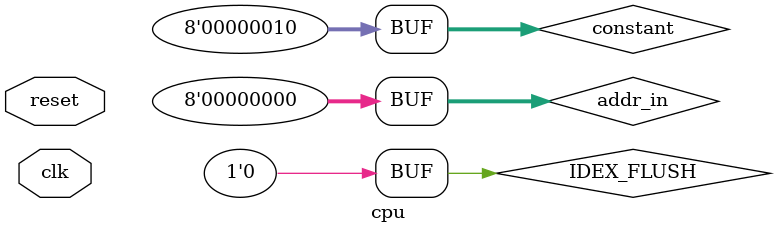
<source format=v>
`include "PC.v"
`include "adder.v"
`include "IM.v"
`include "IFID_buffer.v"
`include "control.v"
`include "RegFile.v"
`include "IDEXBuffer.v"
`include "ALU.v"
`include "ALUcontrol.v"

module cpu(input clk, reset);
//PC signals
reg [7:0] addr_in = 8'h00;
wire [7:0] addr_out;

//adder sigs
reg [7:0] constant = 8'h02;

//IM sigs
wire [15:0] instruc_out;

//IFID_buffer
reg [15:0] instruc_in;
wire [3:0] opcode, funct;
wire [11:0] offset;

//control
reg[3:0] con_opcode;
wire R15, ALUSrc, MemToReg, RegWrite, MemRead, MemWrite, Branch;
wire[1:0] ALUOP;

//RegFile
reg [15:0] Writedata;
reg [3:0] Writereg;
wire [15:0] op1, op2, Reg15;

//IDEX_buffer
reg IDEX_FLUSH = 0;
reg [15:0] signExtendedR2;
reg [15:0] IFID_RS, IFID_RT;
wire R15_out, ALUSrc_out, MemToReg_out, RegWrite_out, MeRead_out, MemWrite_out, Branch_out;
wire [1:0] ALUOP_out;
wire [15:0] RD1_out, RD2_out, signExtendedR2_out;
wire [3:0] funct_code_out;
wire [15:0] IFID_RS_OUT, IFID_RT_OUT;

//ALUcontrol
wire [3:0] operation;

//ALU
wire signed [15:0] result;
wire [15:0] remainder;
wire o;

			adder         add1(.clk(clk), .reset(reset), .addr_in(addr_out), .constant(constant), .addr_out(addr_out));
			PC             pc1(.addr_in(add1.addr_out), .addr_out(addr_out));
			IM             im1(.reset(reset), .addr_in(pc1.addr_out), .addr_out(addr_out), .instruc_out(instruc_out));
			IFID_buffer   IFID(.instruc_in(im1.instruc_out), .addr_in(im1.addr_out),.instruc_out(instruc_out), .opcode(opcode), .funct(funct), .addr_out(addr_out), .offset(offset));
			control 	c1(.clk(clk), .reset(reset), .con_opcode(IFID.opcode), .R15(R15), .ALUSrc(ALUSrc), .MemToReg(MemToReg), .RegWrite(RegWrite), .MemRead(MemRead), .MemWrite(MemWrite), .Branch(Branch), .ALUOP(ALUOP));
			RegFile		r1(.instruc_in(IFID.instruc_out), .Writedata(Writedata), .Writereg(Writereg), .RegWrite(c1.RegWrite), .reset(reset), .op1(op1), .op2(op2), .Reg15(Reg15));
			IDEXBuffer    IDEX(.IDEX_FLUSH(IDEX_FLUSH), .RD1(r1.op1), .RD2(r1.op2), .signExtendedR2(signExtendedR2), .funct_code_in(IFID.funct), .IFID_RS(IFID_RS), .IFID_RT(IFID_RT), .R15_in(c1.R15), .ALUSrc_in(c1.ALUSrc), .MemToReg_in(c1.MemToReg), .RegWrite_in(c1.RegWrite), .MemRead_in(c1.MemRead), .MemWrite_in(c1.MemWrite), .Branch_in(c1.Branch), .ALUOP_in(c1.ALUOP), .R15_out(R15_out), .ALUSrc_out(ALUSrc_out), .MemToReg_out(MemToReg_out), .RegWrite_out(RegWrite_out), .MemRead_out(MemRead_out), .MemWrite_out(MemWrite_out), .Branch_out(Branch_out), .ALUOP_out(ALUOP_out), .RD1_out(RD1_out), .RD2_out(RD2_out), .signExtendedR2_out(signExtendedR2_out), .funct_code_out(funct_code_out), .IFID_RS_OUT(IFID_RS_OUT), .IFID_RT_OUT(IFID_RT_OUT));
			ALUcontrol     ac1(.funct(IDEX.funct_code_out), .ALUop(IDEX.ALUOP_out), .operation(operation));
			ALU		a1(.clk(clk), .reset(reset), .operation(ac1.operation), .op1(IDEX.RD1_out), .op2(IDEX.RD2_out), .result(result), .remainder(remainder), .o(o));

initial	$monitor(" \n    PC: reset = %b, addr_in = %h, addr_out = %h \n   ADDER: addr_in = %h, constant = %h, addr_out = %h, \n   IM: addr_in = %h, addr_out = %h, instruct_out = %h, \n   IFID: instruc_in = %h, addr_in = %h, instruc_out = %h, opcode = %b, funct = %b, addr_out = %h, offset = %b\n   CONTROL: opcode = %b, R15 = %b, ALUSrc = %b, MemtoReg = %b, RegWrite = %b, MemRead = %b, MemWrite = %b, Branch = %b, ALUOP = %b\n   REGFILE: instruc_in = %h, WriteData = %h, WriteReg = %d, RegWrite = %b, op1 = %h, op2 = %h, Reg15 = %h \n   IDEX: IDEX_FLUSH = %b, RD1 = %h, RD2 = %h, signExtendedR2 = %b, funct_code_in = %b, IFID_RS = %h, IFID_RT = %h, R15_in = %b, ALUSrc_in = %b, MemToReg_in = %b, RegWrite_in  = %b, MemRead_in = %b, MemWrite_in = %b, Branch_in = %b, ALUOP_in = %b, R15_out = %b, ALUSrc_out = %b, MemToReg_out = %b, RegWrite_out = %b, MemRead_out = %b, MemWrite_out = %b, Branch_out = %b, ALUOP_out = %b, RD1_out = %h, RD2_out = %h, signExtendedR2_out = %h, funct_code_out = %b, IFID_RS_OUT = %h, IFID_RT_OUT = %h \n   ALU: operation = %b, op1 = %h, op2 = %h result = %h remainder = %h o = %b \n   ALUcontrol: funct = %b, ALUop = %b operation = %b ", 
reset, addr_in, addr_out,
pc1.addr_out, add1.constant, addr_out,
pc1.addr_out, addr_out, instruc_out,
im1.instruc_out, im1.addr_out, instruc_out, opcode, funct, addr_out, offset,
IFID.opcode, R15, ALUSrc, MemToReg, RegWrite, MemRead,MemWrite, Branch, ALUOP,
IFID.instruc_out, Writedata, Writereg, c1.RegWrite, op1, op2, Reg15,
IDEX_FLUSH,r1.op1, r1.op2,signExtendedR2,IFID.funct,IFID_RS,IFID_RT,c1.R15,c1.ALUSrc,c1.MemToReg,c1.RegWrite,c1.MemRead,c1.MemWrite,c1.Branch,c1.ALUOP,R15_out,ALUSrc_out,MemToReg_out,RegWrite_out,MemRead_out,MemWrite_out,Branch_out, ALUOP_out,RD1_out,RD2_out,signExtendedR2_out,funct_code_out,IFID_RS_OUT,IFID_RT_OUT,
ac1.operation, IDEX.RD1_out, IDEX.RD2_out, result, remainder, o,
IDEX.funct_code_out, IDEX.ALUOP_out, operation);


endmodule 

</source>
